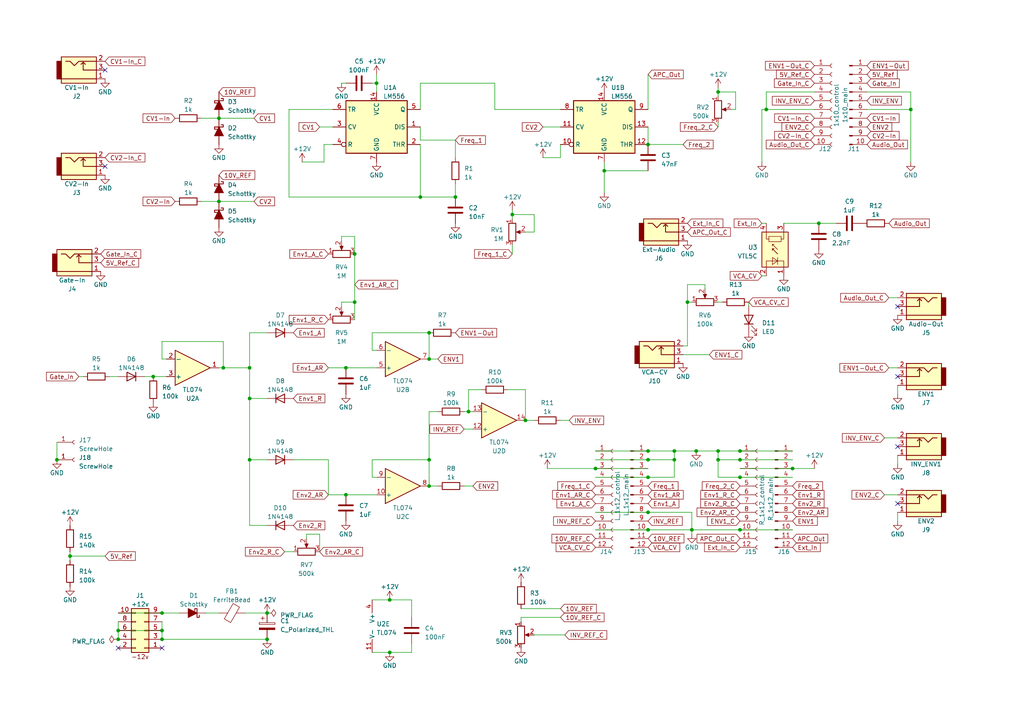
<source format=kicad_sch>
(kicad_sch (version 20230121) (generator eeschema)
  (paper "A4")
  (title_block (title "Punky's New Brew") (date "2023-10-18") (rev "003") (company "Scruffy Cat Studios"))
  (junction (at 208.28 133.35))
  (junction (at 113.03 173.99))
  (junction (at 135.89 119.38))
  (junction (at 34.29 182.88))
  (junction (at 264.16 31.75))
  (junction (at 113.03 189.23))
  (junction (at 187.96 153.67))
  (junction (at 187.96 138.43))
  (junction (at 237.49 64.77))
  (junction (at 16.51 133.35))
  (junction (at 214.63 138.43))
  (junction (at 102.87 73.66))
  (junction (at 46.99 177.8))
  (junction (at 148.59 62.23))
  (junction (at 77.47 185.42))
  (junction (at 195.58 130.81))
  (junction (at 124.46 96.52))
  (junction (at 208.28 26.67))
  (junction (at 72.39 133.35))
  (junction (at 124.46 140.97))
  (junction (at 102.87 87.63))
  (junction (at 77.47 177.8))
  (junction (at 152.4 121.92))
  (junction (at 175.26 49.53))
  (junction (at 229.87 135.89))
  (junction (at 208.28 130.81))
  (junction (at 172.72 135.89))
  (junction (at 222.25 31.75))
  (junction (at 20.32 161.29))
  (junction (at 124.46 133.35))
  (junction (at 63.5 58.42))
  (junction (at 214.63 130.81))
  (junction (at 72.39 106.68))
  (junction (at 100.33 143.51))
  (junction (at 214.63 153.67))
  (junction (at 201.93 130.81))
  (junction (at 121.92 57.15))
  (junction (at 187.96 130.81))
  (junction (at 46.99 185.42))
  (junction (at 63.5 34.29))
  (junction (at 64.77 106.68))
  (junction (at 124.46 104.14))
  (junction (at 44.45 109.22))
  (junction (at 109.22 24.13))
  (junction (at 187.96 41.91))
  (junction (at 214.63 133.35))
  (junction (at 100.33 106.68))
  (junction (at 132.08 57.15))
  (junction (at 195.58 133.35))
  (junction (at 72.39 115.57))
  (junction (at 200.66 153.67))
  (junction (at 187.96 133.35))
  (junction (at 199.39 87.63))
  (junction (at 34.29 185.42))
  (junction (at 187.96 148.59))
  (junction (at 46.99 182.88))
  (no_connect (at 260.35 88.9))
  (no_connect (at 260.35 109.22))
  (no_connect (at 30.48 20.32))
  (no_connect (at 260.35 146.05))
  (no_connect (at 30.48 48.26))
  (no_connect (at 46.99 187.96))
  (no_connect (at 34.29 187.96))
  (no_connect (at 260.35 129.54))
  (wire (pts (xy 162.56 45.72) (xy 157.48 45.72)))
  (wire (pts (xy 143.51 31.75) (xy 162.56 31.75)))
  (wire (pts (xy 187.96 130.81) (xy 195.58 130.81)))
  (wire (pts (xy 64.77 99.06) (xy 46.99 99.06)))
  (wire (pts (xy 107.95 101.6) (xy 107.95 96.52)))
  (wire (pts (xy 220.98 46.99) (xy 220.98 31.75)))
  (wire (pts (xy 46.99 180.34) (xy 46.99 182.88)))
  (wire (pts (xy 132.08 57.15) (xy 132.08 53.34)))
  (wire (pts (xy 199.39 100.33) (xy 199.39 87.63)))
  (wire (pts (xy 256.54 143.51) (xy 260.35 143.51)))
  (wire (pts (xy 121.92 57.15) (xy 132.08 57.15)))
  (wire (pts (xy 172.72 153.67) (xy 187.96 153.67)))
  (wire (pts (xy 260.35 148.59) (xy 260.35 151.13)))
  (wire (pts (xy 222.25 26.67) (xy 236.22 26.67)))
  (wire (pts (xy 99.06 88.9) (xy 99.06 87.63)))
  (wire (pts (xy 64.77 106.68) (xy 64.77 99.06)))
  (wire (pts (xy 208.28 25.4) (xy 208.28 26.67)))
  (wire (pts (xy 113.03 173.99) (xy 119.38 173.99)))
  (wire (pts (xy 135.89 113.03) (xy 135.89 119.38)))
  (wire (pts (xy 83.82 31.75) (xy 83.82 57.15)))
  (wire (pts (xy 87.63 46.99) (xy 93.98 46.99)))
  (wire (pts (xy 198.12 100.33) (xy 199.39 100.33)))
  (wire (pts (xy 257.81 86.36) (xy 260.35 86.36)))
  (wire (pts (xy 162.56 41.91) (xy 162.56 45.72)))
  (wire (pts (xy 157.48 36.83) (xy 162.56 36.83)))
  (wire (pts (xy 30.48 161.29) (xy 20.32 161.29)))
  (wire (pts (xy 257.81 106.68) (xy 260.35 106.68)))
  (wire (pts (xy 214.63 138.43) (xy 208.28 138.43)))
  (wire (pts (xy 148.59 73.66) (xy 148.59 71.12)))
  (wire (pts (xy 46.99 99.06) (xy 46.99 104.14)))
  (wire (pts (xy 119.38 186.69) (xy 119.38 189.23)))
  (wire (pts (xy 88.9 156.21) (xy 88.9 154.94)))
  (wire (pts (xy 20.32 160.02) (xy 20.32 161.29)))
  (wire (pts (xy 209.55 87.63) (xy 208.28 87.63)))
  (wire (pts (xy 200.66 148.59) (xy 200.66 153.67)))
  (wire (pts (xy 172.72 138.43) (xy 187.96 138.43)))
  (wire (pts (xy 251.46 31.75) (xy 264.16 31.75)))
  (wire (pts (xy 208.28 130.81) (xy 208.28 133.35)))
  (wire (pts (xy 187.96 21.59) (xy 187.96 31.75)))
  (wire (pts (xy 148.59 60.96) (xy 148.59 62.23)))
  (wire (pts (xy 107.95 133.35) (xy 124.46 133.35)))
  (wire (pts (xy 31.75 109.22) (xy 34.29 109.22)))
  (wire (pts (xy 109.22 101.6) (xy 107.95 101.6)))
  (wire (pts (xy 217.17 88.9) (xy 217.17 87.63)))
  (wire (pts (xy 127 119.38) (xy 124.46 119.38)))
  (wire (pts (xy 63.5 34.29) (xy 73.66 34.29)))
  (wire (pts (xy 214.63 153.67) (xy 229.87 153.67)))
  (wire (pts (xy 109.22 21.59) (xy 109.22 24.13)))
  (wire (pts (xy 124.46 104.14) (xy 127 104.14)))
  (wire (pts (xy 95.25 106.68) (xy 100.33 106.68)))
  (wire (pts (xy 154.94 184.15) (xy 163.83 184.15)))
  (wire (pts (xy 195.58 130.81) (xy 201.93 130.81)))
  (wire (pts (xy 172.72 133.35) (xy 187.96 133.35)))
  (wire (pts (xy 135.89 119.38) (xy 137.16 119.38)))
  (wire (pts (xy 214.63 135.89) (xy 229.87 135.89)))
  (wire (pts (xy 64.77 106.68) (xy 72.39 106.68)))
  (wire (pts (xy 34.29 180.34) (xy 34.29 182.88)))
  (wire (pts (xy 72.39 115.57) (xy 72.39 106.68)))
  (wire (pts (xy 107.95 173.99) (xy 113.03 173.99)))
  (wire (pts (xy 20.32 161.29) (xy 20.32 162.56)))
  (wire (pts (xy 134.62 119.38) (xy 135.89 119.38)))
  (wire (pts (xy 200.66 154.94) (xy 200.66 153.67)))
  (wire (pts (xy 99.06 24.13) (xy 100.33 24.13)))
  (wire (pts (xy 148.59 62.23) (xy 154.94 62.23)))
  (wire (pts (xy 92.71 36.83) (xy 96.52 36.83)))
  (wire (pts (xy 204.47 83.82) (xy 204.47 82.55)))
  (wire (pts (xy 198.12 41.91) (xy 187.96 41.91)))
  (wire (pts (xy 102.87 73.66) (xy 102.87 87.63)))
  (wire (pts (xy 220.98 80.01) (xy 222.25 80.01)))
  (wire (pts (xy 82.55 160.02) (xy 85.09 160.02)))
  (wire (pts (xy 237.49 64.77) (xy 242.57 64.77)))
  (wire (pts (xy 227.33 64.77) (xy 237.49 64.77)))
  (wire (pts (xy 154.94 62.23) (xy 154.94 67.31)))
  (wire (pts (xy 124.46 119.38) (xy 124.46 133.35)))
  (wire (pts (xy 256.54 127) (xy 260.35 127)))
  (wire (pts (xy 208.28 133.35) (xy 208.28 138.43)))
  (wire (pts (xy 119.38 189.23) (xy 113.03 189.23)))
  (wire (pts (xy 95.25 133.35) (xy 95.25 143.51)))
  (wire (pts (xy 99.06 68.58) (xy 102.87 68.58)))
  (wire (pts (xy 172.72 130.81) (xy 187.96 130.81)))
  (wire (pts (xy 113.03 189.23) (xy 107.95 189.23)))
  (wire (pts (xy 208.28 130.81) (xy 214.63 130.81)))
  (wire (pts (xy 208.28 133.35) (xy 214.63 133.35)))
  (wire (pts (xy 151.13 179.07) (xy 162.56 179.07)))
  (wire (pts (xy 46.99 182.88) (xy 46.99 185.42)))
  (wire (pts (xy 58.42 58.42) (xy 63.5 58.42)))
  (wire (pts (xy 187.96 133.35) (xy 195.58 133.35)))
  (wire (pts (xy 187.96 153.67) (xy 200.66 153.67)))
  (wire (pts (xy 63.5 106.68) (xy 64.77 106.68)))
  (wire (pts (xy 100.33 143.51) (xy 109.22 143.51)))
  (wire (pts (xy 187.96 41.91) (xy 187.96 36.83)))
  (wire (pts (xy 46.99 104.14) (xy 48.26 104.14)))
  (wire (pts (xy 162.56 176.53) (xy 151.13 176.53)))
  (wire (pts (xy 200.66 153.67) (xy 214.63 153.67)))
  (wire (pts (xy 229.87 138.43) (xy 214.63 138.43)))
  (wire (pts (xy 205.74 102.87) (xy 198.12 102.87)))
  (wire (pts (xy 264.16 46.99) (xy 264.16 31.75)))
  (wire (pts (xy 187.96 138.43) (xy 195.58 138.43)))
  (wire (pts (xy 85.09 133.35) (xy 95.25 133.35)))
  (wire (pts (xy 212.09 31.75) (xy 213.36 31.75)))
  (wire (pts (xy 77.47 133.35) (xy 72.39 133.35)))
  (wire (pts (xy 93.98 46.99) (xy 93.98 41.91)))
  (wire (pts (xy 260.35 132.08) (xy 260.35 134.62)))
  (wire (pts (xy 41.91 109.22) (xy 44.45 109.22)))
  (wire (pts (xy 44.45 109.22) (xy 48.26 109.22)))
  (wire (pts (xy 264.16 31.75) (xy 264.16 26.67)))
  (wire (pts (xy 34.29 182.88) (xy 34.29 185.42)))
  (wire (pts (xy 46.99 177.8) (xy 52.07 177.8)))
  (wire (pts (xy 71.12 177.8) (xy 77.47 177.8)))
  (wire (pts (xy 154.94 67.31) (xy 152.4 67.31)))
  (wire (pts (xy 72.39 96.52) (xy 72.39 106.68)))
  (wire (pts (xy 124.46 96.52) (xy 124.46 104.14)))
  (wire (pts (xy 72.39 152.4) (xy 77.47 152.4)))
  (wire (pts (xy 121.92 24.13) (xy 143.51 24.13)))
  (wire (pts (xy 22.86 109.22) (xy 24.13 109.22)))
  (wire (pts (xy 264.16 26.67) (xy 251.46 26.67)))
  (wire (pts (xy 175.26 49.53) (xy 187.96 49.53)))
  (wire (pts (xy 162.56 121.92) (xy 165.1 121.92)))
  (wire (pts (xy 214.63 130.81) (xy 229.87 130.81)))
  (wire (pts (xy 34.29 177.8) (xy 46.99 177.8)))
  (wire (pts (xy 201.93 130.81) (xy 208.28 130.81)))
  (wire (pts (xy 143.51 24.13) (xy 143.51 31.75)))
  (wire (pts (xy 34.29 182.88) (xy 46.99 182.88)))
  (wire (pts (xy 121.92 40.64) (xy 121.92 36.83)))
  (wire (pts (xy 109.22 138.43) (xy 107.95 138.43)))
  (wire (pts (xy 16.51 128.27) (xy 16.51 133.35)))
  (wire (pts (xy 208.28 36.83) (xy 208.28 35.56)))
  (wire (pts (xy 72.39 115.57) (xy 72.39 133.35)))
  (wire (pts (xy 119.38 173.99) (xy 119.38 179.07)))
  (wire (pts (xy 77.47 96.52) (xy 72.39 96.52)))
  (wire (pts (xy 102.87 68.58) (xy 102.87 73.66)))
  (wire (pts (xy 46.99 185.42) (xy 77.47 185.42)))
  (wire (pts (xy 172.72 135.89) (xy 187.96 135.89)))
  (wire (pts (xy 58.42 34.29) (xy 63.5 34.29)))
  (wire (pts (xy 152.4 113.03) (xy 147.32 113.03)))
  (wire (pts (xy 195.58 138.43) (xy 195.58 133.35)))
  (wire (pts (xy 107.95 24.13) (xy 109.22 24.13)))
  (wire (pts (xy 187.96 148.59) (xy 200.66 148.59)))
  (wire (pts (xy 151.13 179.07) (xy 151.13 180.34)))
  (wire (pts (xy 99.06 69.85) (xy 99.06 68.58)))
  (wire (pts (xy 175.26 55.88) (xy 175.26 49.53)))
  (wire (pts (xy 208.28 26.67) (xy 208.28 27.94)))
  (wire (pts (xy 102.87 87.63) (xy 102.87 92.71)))
  (wire (pts (xy 208.28 26.67) (xy 213.36 26.67)))
  (wire (pts (xy 172.72 148.59) (xy 187.96 148.59)))
  (wire (pts (xy 134.62 124.46) (xy 137.16 124.46)))
  (wire (pts (xy 229.87 135.89) (xy 236.22 135.89)))
  (wire (pts (xy 95.25 143.51) (xy 100.33 143.51)))
  (wire (pts (xy 83.82 57.15) (xy 121.92 57.15)))
  (wire (pts (xy 222.25 31.75) (xy 236.22 31.75)))
  (wire (pts (xy 72.39 115.57) (xy 77.47 115.57)))
  (wire (pts (xy 214.63 133.35) (xy 229.87 133.35)))
  (wire (pts (xy 213.36 31.75) (xy 213.36 26.67)))
  (wire (pts (xy 124.46 140.97) (xy 127 140.97)))
  (wire (pts (xy 199.39 82.55) (xy 199.39 87.63)))
  (wire (pts (xy 152.4 121.92) (xy 152.4 113.03)))
  (wire (pts (xy 220.98 31.75) (xy 222.25 31.75)))
  (wire (pts (xy 158.75 135.89) (xy 172.72 135.89)))
  (wire (pts (xy 152.4 121.92) (xy 154.94 121.92)))
  (wire (pts (xy 175.26 49.53) (xy 175.26 46.99)))
  (wire (pts (xy 59.69 177.8) (xy 63.5 177.8)))
  (wire (pts (xy 100.33 106.68) (xy 109.22 106.68)))
  (wire (pts (xy 92.71 154.94) (xy 92.71 160.02)))
  (wire (pts (xy 148.59 63.5) (xy 148.59 62.23)))
  (wire (pts (xy 204.47 82.55) (xy 199.39 82.55)))
  (wire (pts (xy 107.95 138.43) (xy 107.95 133.35)))
  (wire (pts (xy 107.95 96.52) (xy 124.46 96.52)))
  (wire (pts (xy 88.9 154.94) (xy 92.71 154.94)))
  (wire (pts (xy 195.58 133.35) (xy 195.58 130.81)))
  (wire (pts (xy 139.7 113.03) (xy 135.89 113.03)))
  (wire (pts (xy 124.46 133.35) (xy 124.46 140.97)))
  (wire (pts (xy 99.06 87.63) (xy 102.87 87.63)))
  (wire (pts (xy 93.98 41.91) (xy 96.52 41.91)))
  (wire (pts (xy 134.62 140.97) (xy 137.16 140.97)))
  (wire (pts (xy 260.35 111.76) (xy 260.35 114.3)))
  (wire (pts (xy 63.5 58.42) (xy 73.66 58.42)))
  (wire (pts (xy 199.39 87.63) (xy 200.66 87.63)))
  (wire (pts (xy 220.98 64.77) (xy 222.25 64.77)))
  (wire (pts (xy 121.92 31.75) (xy 121.92 24.13)))
  (wire (pts (xy 132.08 45.72) (xy 132.08 40.64)))
  (wire (pts (xy 96.52 31.75) (xy 83.82 31.75)))
  (wire (pts (xy 222.25 31.75) (xy 222.25 26.67)))
  (wire (pts (xy 109.22 24.13) (xy 109.22 26.67)))
  (wire (pts (xy 72.39 133.35) (xy 72.39 152.4)))
  (wire (pts (xy 121.92 41.91) (xy 121.92 57.15)))
  (wire (pts (xy 121.92 40.64) (xy 132.08 40.64)))
  (global_label "10V_REF" (shape input) (at 63.5 26.67 0) (property "Intersheetrefs" "${INTERSHEET_REFS}" (effects hide)))
  (global_label "INV_ENV_C" (shape input) (at 236.22 29.21 180) (property "Intersheetrefs" "${INTERSHEET_REFS}" (effects hide)))
  (global_label "Env2_AR" (shape input) (at 95.25 143.51 180) (property "Intersheetrefs" "${INTERSHEET_REFS}" (effects hide)))
  (global_label "Env1_R_C" (shape input) (at 95.25 92.71 180) (property "Intersheetrefs" "${INTERSHEET_REFS}" (effects hide)))
  (global_label "10V_REF_C" (shape input) (at 162.56 179.07 0) (property "Intersheetrefs" "${INTERSHEET_REFS}" (effects hide)))
  (global_label "Env1_R" (shape input) (at 229.87 143.51 0) (property "Intersheetrefs" "${INTERSHEET_REFS}" (effects hide)))
  (global_label "ENV1-Out" (shape input) (at 132.08 96.52 0) (property "Intersheetrefs" "${INTERSHEET_REFS}" (effects hide)))
  (global_label "CV2-In_C" (shape input) (at 30.48 45.72 0) (property "Intersheetrefs" "${INTERSHEET_REFS}" (effects hide)))
  (global_label "Freq_2" (shape input) (at 229.87 140.97 0) (property "Intersheetrefs" "${INTERSHEET_REFS}" (effects hide)))
  (global_label "Ext_In_C" (shape input) (at 214.63 158.75 180) (property "Intersheetrefs" "${INTERSHEET_REFS}" (effects hide)))
  (global_label "5V_Ref" (shape input) (at 30.48 161.29 0) (property "Intersheetrefs" "${INTERSHEET_REFS}" (effects hide)))
  (global_label "Env1_A" (shape input) (at 85.09 96.52 0) (property "Intersheetrefs" "${INTERSHEET_REFS}" (effects hide)))
  (global_label "ENV1_C" (shape input) (at 205.74 102.87 0) (property "Intersheetrefs" "${INTERSHEET_REFS}" (effects hide)))
  (global_label "10V_REF" (shape input) (at 187.96 156.21 0) (property "Intersheetrefs" "${INTERSHEET_REFS}" (effects hide)))
  (global_label "Audio_Out_C" (shape input) (at 236.22 41.91 180) (property "Intersheetrefs" "${INTERSHEET_REFS}" (effects hide)))
  (global_label "INV_ENV_C" (shape input) (at 256.54 127 180) (property "Intersheetrefs" "${INTERSHEET_REFS}" (effects hide)))
  (global_label "ENV2" (shape input) (at 137.16 140.97 0) (property "Intersheetrefs" "${INTERSHEET_REFS}" (effects hide)))
  (global_label "CV2-In_C" (shape input) (at 236.22 39.37 180) (property "Intersheetrefs" "${INTERSHEET_REFS}" (effects hide)))
  (global_label "ENV2_C" (shape input) (at 256.54 143.51 180) (property "Intersheetrefs" "${INTERSHEET_REFS}" (effects hide)))
  (global_label "Freq_1" (shape input) (at 132.08 40.64 0) (property "Intersheetrefs" "${INTERSHEET_REFS}" (effects hide)))
  (global_label "ENV1-Out_C" (shape input) (at 236.22 19.05 180) (property "Intersheetrefs" "${INTERSHEET_REFS}" (effects hide)))
  (global_label "Freq_1_C" (shape input) (at 172.72 140.97 180) (property "Intersheetrefs" "${INTERSHEET_REFS}" (effects hide)))
  (global_label "Env1_R" (shape input) (at 85.09 115.57 0) (property "Intersheetrefs" "${INTERSHEET_REFS}" (effects hide)))
  (global_label "Env1_AR" (shape input) (at 95.25 106.68 180) (property "Intersheetrefs" "${INTERSHEET_REFS}" (effects hide)))
  (global_label "Env1_A" (shape input) (at 187.96 146.05 0) (property "Intersheetrefs" "${INTERSHEET_REFS}" (effects hide)))
  (global_label "Gate_In" (shape input) (at 251.46 24.13 0) (property "Intersheetrefs" "${INTERSHEET_REFS}" (effects hide)))
  (global_label "Env2_AR_C" (shape input) (at 92.71 160.02 0) (property "Intersheetrefs" "${INTERSHEET_REFS}" (effects hide)))
  (global_label "Freq_1_C" (shape input) (at 148.59 73.66 180) (property "Intersheetrefs" "${INTERSHEET_REFS}" (effects hide)))
  (global_label "Ext_In" (shape input) (at 220.98 64.77 180) (property "Intersheetrefs" "${INTERSHEET_REFS}" (effects hide)))
  (global_label "Gate_In_C" (shape input) (at 236.22 24.13 180) (property "Intersheetrefs" "${INTERSHEET_REFS}" (effects hide)))
  (global_label "Env2_R_C" (shape input) (at 82.55 160.02 180) (property "Intersheetrefs" "${INTERSHEET_REFS}" (effects hide)))
  (global_label "5V_Ref_C" (shape input) (at 29.21 76.2 0) (property "Intersheetrefs" "${INTERSHEET_REFS}" (effects hide)))
  (global_label "ENV2" (shape input) (at 251.46 36.83 0) (property "Intersheetrefs" "${INTERSHEET_REFS}" (effects hide)))
  (global_label "VCA_CV" (shape input) (at 220.98 80.01 180) (property "Intersheetrefs" "${INTERSHEET_REFS}" (effects hide)))
  (global_label "5V_Ref_C" (shape input) (at 236.22 21.59 180) (property "Intersheetrefs" "${INTERSHEET_REFS}" (effects hide)))
  (global_label "ENV1" (shape input) (at 229.87 151.13 0) (property "Intersheetrefs" "${INTERSHEET_REFS}" (effects hide)))
  (global_label "Env2_R_C" (shape input) (at 214.63 146.05 180) (property "Intersheetrefs" "${INTERSHEET_REFS}" (effects hide)))
  (global_label "Gate_In" (shape input) (at 22.86 109.22 180) (property "Intersheetrefs" "${INTERSHEET_REFS}" (effects hide)))
  (global_label "Env1_A_C" (shape input) (at 172.72 146.05 180) (property "Intersheetrefs" "${INTERSHEET_REFS}" (effects hide)))
  (global_label "INV_REF_C" (shape input) (at 172.72 151.13 180) (property "Intersheetrefs" "${INTERSHEET_REFS}" (effects hide)))
  (global_label "10V_REF_C" (shape input) (at 172.72 156.21 180) (property "Intersheetrefs" "${INTERSHEET_REFS}" (effects hide)))
  (global_label "INV_REF" (shape input) (at 187.96 151.13 0) (property "Intersheetrefs" "${INTERSHEET_REFS}" (effects hide)))
  (global_label "CV1-In_C" (shape input) (at 236.22 34.29 180) (property "Intersheetrefs" "${INTERSHEET_REFS}" (effects hide)))
  (global_label "CV1-In_C" (shape input) (at 30.48 17.78 0) (property "Intersheetrefs" "${INTERSHEET_REFS}" (effects hide)))
  (global_label "INV_ENV" (shape input) (at 251.46 29.21 0) (property "Intersheetrefs" "${INTERSHEET_REFS}" (effects hide)))
  (global_label "Env2_R" (shape input) (at 229.87 146.05 0) (property "Intersheetrefs" "${INTERSHEET_REFS}" (effects hide)))
  (global_label "Audio_Out" (shape input) (at 257.81 64.77 0) (property "Intersheetrefs" "${INTERSHEET_REFS}" (effects hide)))
  (global_label "Ext_In_C" (shape input) (at 199.39 64.77 0) (property "Intersheetrefs" "${INTERSHEET_REFS}" (effects hide)))
  (global_label "Env1_AR_C" (shape input) (at 172.72 143.51 180) (property "Intersheetrefs" "${INTERSHEET_REFS}" (effects hide)))
  (global_label "CV1-In" (shape input) (at 251.46 34.29 0) (property "Intersheetrefs" "${INTERSHEET_REFS}" (effects hide)))
  (global_label "INV_REF" (shape input) (at 134.62 124.46 180) (property "Intersheetrefs" "${INTERSHEET_REFS}" (effects hide)))
  (global_label "ENV1" (shape input) (at 127 104.14 0) (property "Intersheetrefs" "${INTERSHEET_REFS}" (effects hide)))
  (global_label "ENV2_C" (shape input) (at 236.22 36.83 180) (property "Intersheetrefs" "${INTERSHEET_REFS}" (effects hide)))
  (global_label "Env1_A_C" (shape input) (at 95.25 73.66 180) (property "Intersheetrefs" "${INTERSHEET_REFS}" (effects hide)))
  (global_label "Freq_2" (shape input) (at 198.12 41.91 0) (property "Intersheetrefs" "${INTERSHEET_REFS}" (effects hide)))
  (global_label "INV_ENV" (shape input) (at 165.1 121.92 0) (property "Intersheetrefs" "${INTERSHEET_REFS}" (effects hide)))
  (global_label "ENV1-Out" (shape input) (at 251.46 19.05 0) (property "Intersheetrefs" "${INTERSHEET_REFS}" (effects hide)))
  (global_label "Audio_Out" (shape input) (at 251.46 41.91 0) (property "Intersheetrefs" "${INTERSHEET_REFS}" (effects hide)))
  (global_label "Gate_In_C" (shape input) (at 29.21 73.66 0) (property "Intersheetrefs" "${INTERSHEET_REFS}" (effects hide)))
  (global_label "Env2_AR" (shape input) (at 229.87 148.59 0) (property "Intersheetrefs" "${INTERSHEET_REFS}" (effects hide)))
  (global_label "Audio_Out_C" (shape input) (at 257.81 86.36 180) (property "Intersheetrefs" "${INTERSHEET_REFS}" (effects hide)))
  (global_label "CV1" (shape input) (at 92.71 36.83 180) (property "Intersheetrefs" "${INTERSHEET_REFS}" (effects hide)))
  (global_label "Env1_AR" (shape input) (at 187.96 143.51 0) (property "Intersheetrefs" "${INTERSHEET_REFS}" (effects hide)))
  (global_label "CV2-In" (shape input) (at 251.46 39.37 0) (property "Intersheetrefs" "${INTERSHEET_REFS}" (effects hide)))
  (global_label "10V_REF" (shape input) (at 63.5 50.8 0) (property "Intersheetrefs" "${INTERSHEET_REFS}" (effects hide)))
  (global_label "Freq_1" (shape input) (at 187.96 140.97 0) (property "Intersheetrefs" "${INTERSHEET_REFS}" (effects hide)))
  (global_label "Ext_In" (shape input) (at 229.87 158.75 0) (property "Intersheetrefs" "${INTERSHEET_REFS}" (effects hide)))
  (global_label "APC_Out_C" (shape input) (at 214.63 156.21 180) (property "Intersheetrefs" "${INTERSHEET_REFS}" (effects hide)))
  (global_label "10V_REF" (shape input) (at 162.56 176.53 0) (property "Intersheetrefs" "${INTERSHEET_REFS}" (effects hide)))
  (global_label "ENV1-Out_C" (shape input) (at 257.81 106.68 180) (property "Intersheetrefs" "${INTERSHEET_REFS}" (effects hide)))
  (global_label "Env2_AR_C" (shape input) (at 214.63 148.59 180) (property "Intersheetrefs" "${INTERSHEET_REFS}" (effects hide)))
  (global_label "APC_Out" (shape input) (at 187.96 21.59 0) (property "Intersheetrefs" "${INTERSHEET_REFS}" (effects hide)))
  (global_label "VCA_CV_C" (shape input) (at 172.72 158.75 180) (property "Intersheetrefs" "${INTERSHEET_REFS}" (effects hide)))
  (global_label "APC_Out" (shape input) (at 229.87 156.21 0) (property "Intersheetrefs" "${INTERSHEET_REFS}" (effects hide)))
  (global_label "Env1_R_C" (shape input) (at 214.63 143.51 180) (property "Intersheetrefs" "${INTERSHEET_REFS}" (effects hide)))
  (global_label "5V_Ref" (shape input) (at 251.46 21.59 0) (property "Intersheetrefs" "${INTERSHEET_REFS}" (effects hide)))
  (global_label "CV2" (shape input) (at 157.48 36.83 180) (property "Intersheetrefs" "${INTERSHEET_REFS}" (effects hide)))
  (global_label "CV1" (shape input) (at 73.66 34.29 0) (property "Intersheetrefs" "${INTERSHEET_REFS}" (effects hide)))
  (global_label "ENV1_C" (shape input) (at 214.63 151.13 180) (property "Intersheetrefs" "${INTERSHEET_REFS}" (effects hide)))
  (global_label "Freq_2_C" (shape input) (at 214.63 140.97 180) (property "Intersheetrefs" "${INTERSHEET_REFS}" (effects hide)))
  (global_label "CV1-In" (shape input) (at 50.8 34.29 180) (property "Intersheetrefs" "${INTERSHEET_REFS}" (effects hide)))
  (global_label "INV_REF_C" (shape input) (at 163.83 184.15 0) (property "Intersheetrefs" "${INTERSHEET_REFS}" (effects hide)))
  (global_label "APC_Out_C" (shape input) (at 199.39 67.31 0) (property "Intersheetrefs" "${INTERSHEET_REFS}" (effects hide)))
  (global_label "CV2" (shape input) (at 73.66 58.42 0) (property "Intersheetrefs" "${INTERSHEET_REFS}" (effects hide)))
  (global_label "VCA_CV_C" (shape input) (at 217.17 87.63 0) (property "Intersheetrefs" "${INTERSHEET_REFS}" (effects hide)))
  (global_label "CV2-In" (shape input) (at 50.8 58.42 180) (property "Intersheetrefs" "${INTERSHEET_REFS}" (effects hide)))
  (global_label "Freq_2_C" (shape input) (at 208.28 36.83 180) (property "Intersheetrefs" "${INTERSHEET_REFS}" (effects hide)))
  (global_label "Env2_R" (shape input) (at 85.09 152.4 0) (property "Intersheetrefs" "${INTERSHEET_REFS}" (effects hide)))
  (global_label "VCA_CV" (shape input) (at 187.96 158.75 0) (property "Intersheetrefs" "${INTERSHEET_REFS}" (effects hide)))
  (global_label "Env1_AR_C" (shape input) (at 102.87 82.55 0) (property "Intersheetrefs" "${INTERSHEET_REFS}" (effects hide)))
  (symbol (lib_id "*SCS:Audio_Jack_Switch") (at 267.97 109.22 180) (unit 1)
    (property "Reference" "J7" (at 268.605 116.84 0))
    (property "Value" "ENV1" (at 268.605 114.3 0))
    (property "Footprint" "*SCS_ScruffyCat:Jack_3.5mm_QingPu_thonk-PJ398SM_Vertical_CircularHoles" (effects hide))
  )
  (symbol (lib_id "*SCS:FerriteBead_THL") (at 67.31 177.8 90) (unit 1)
    (property "Reference" "FB1" (at 67.2592 171.45 90))
    (property "Value" "FerriteBead" (at 67.2592 173.99 90))
    (property "Footprint" "Resistor_THT:R_Axial_DIN0411_L9.9mm_D3.6mm_P5.08mm_Vertical" (effects hide))
  )
  (symbol (lib_id "Connector:Conn_01x10_Pin") (at 246.38 29.21 0) (unit 1)
    (property "Reference" "J11" (at 247.65 43.18 0))
    (property "Value" "1x10_main" (at 245.11 30.48 90))
    (property "Footprint" "Connector_PinHeader_2.54mm:PinHeader_1x10_P2.54mm_Vertical" (effects hide))
  )
  (symbol (lib_id "Connector:Conn_01x12_Socket") (at 219.71 143.51 0) (unit 1)
    (property "Reference" "J15" (at 215.9 160.02 0) (effects (justify left)))
    (property "Value" "R_1x12_control" (at 220.98 152.4 90) (effects (justify left)))
    (property "Footprint" "Connector_PinSocket_2.54mm:PinSocket_1x12_P2.54mm_Vertical" (effects hide))
  )
  (symbol (lib_id "*SCS:+12V") (at 113.03 173.99 0) (unit 1)
    (property "Reference" "#PWR021" (effects hide))
    (property "Value" "+12V" (at 113.03 170.18 0))
  )
  (symbol (lib_id "*SCS:+12V") (at 175.26 26.67 0) (unit 1)
    (property "Reference" "#PWR04" (effects hide))
    (property "Value" "+12V" (at 175.26 22.86 0))
  )
  (symbol (lib_id "*SCS:GND") (at 151.13 187.96 0) (unit 1)
    (property "Reference" "#PWR015" (effects hide))
    (property "Value" "GND" (at 151.13 191.77 0))
  )
  (symbol (lib_id "*SCS:R-THL") (at 213.36 87.63 90) (unit 1)
    (property "Reference" "R13" (at 213.36 82.55 90))
    (property "Value" "1k" (at 213.36 85.09 90))
    (property "Footprint" "Resistor_THT:R_Axial_DIN0207_L6.3mm_D2.5mm_P2.54mm_Vertical" (effects hide))
  )
  (symbol (lib_id "*SCS:GND") (at 30.48 22.86 0) (unit 1)
    (property "Reference" "#PWR012" (effects hide))
    (property "Value" "GND" (at 30.48 26.67 0))
  )
  (symbol (lib_id "*SCS:R-THL") (at 132.08 49.53 180) (unit 1)
    (property "Reference" "R1" (at 134.62 48.895 0) (effects (justify right)))
    (property "Value" "1k" (at 134.62 51.435 0) (effects (justify right)))
    (property "Footprint" "Resistor_THT:R_Axial_DIN0207_L6.3mm_D2.5mm_P2.54mm_Vertical" (effects hide))
  )
  (symbol (lib_id "*SCS:R-THL") (at 158.75 121.92 270) (unit 1)
    (property "Reference" "R11" (at 158.75 116.84 90))
    (property "Value" "1k" (at 158.75 119.38 90))
    (property "Footprint" "Resistor_THT:R_Axial_DIN0207_L6.3mm_D2.5mm_P2.54mm_Vertical" (effects hide))
  )
  (symbol (lib_id "*SCS:R_Potentiometer-THL") (at 204.47 87.63 90) (unit 1)
    (property "Reference" "RV6" (at 204.47 91.44 90))
    (property "Value" "100k" (at 204.47 93.98 90))
    (property "Footprint" "Potentiometer_THT:Potentiometer_Alpha_RD901F-40-00D_Single_Vertical_CircularHoles" (effects hide))
  )
  (symbol (lib_id "*SCS:GND") (at 260.35 134.62 0) (unit 1)
    (property "Reference" "#PWR030" (effects hide))
    (property "Value" "GND" (at 260.35 138.43 0))
  )
  (symbol (lib_id "Connector:Conn_01x12_Socket") (at 177.8 143.51 0) (unit 1)
    (property "Reference" "J14" (at 173.99 160.02 0) (effects (justify left)))
    (property "Value" "L_1x12_control" (at 179.07 151.13 90) (effects (justify left)))
    (property "Footprint" "Connector_PinSocket_2.54mm:PinSocket_1x12_P2.54mm_Vertical" (effects hide))
  )
  (symbol (lib_id "Device:LED") (at 217.17 92.71 90) (unit 1)
    (property "Reference" "D11" (at 220.98 93.6625 90) (effects (justify right)))
    (property "Value" "LED" (at 220.98 96.2025 90) (effects (justify right)))
    (property "Footprint" "LED_THT:LED_D3.0mm" (effects hide))
  )
  (symbol (lib_id "*SCS:GND") (at 77.47 185.42 0) (unit 1)
    (property "Reference" "#PWR01" (effects hide))
    (property "Value" "GND" (at 77.47 189.23 0))
  )
  (symbol (lib_id "Amplifier_Operational:TL074") (at 144.78 121.92 0) (mirror x) (unit 4)
    (property "Reference" "U2" (at 144.78 130.81 0))
    (property "Value" "TL074" (at 144.78 128.27 0))
    (property "Footprint" "Package_DIP:DIP-14_W7.62mm_Socket" (effects hide))
    (property "Datasheet" "http://www.ti.com/lit/ds/symlink/tl071.pdf" (effects hide))
  )
  (symbol (lib_id "*SCS:C-THL") (at 246.38 64.77 90) (unit 1)
    (property "Reference" "C9" (at 246.38 58.42 90))
    (property "Value" "1uF" (at 246.38 60.96 90))
    (property "Footprint" "Capacitor_THT:C_Disc_D4.3mm_W1.9mm_P5.00mm" (effects hide))
  )
  (symbol (lib_id "*SCS:GND") (at 260.35 151.13 0) (unit 1)
    (property "Reference" "#PWR031" (effects hide))
    (property "Value" "GND" (at 260.35 154.94 0))
  )
  (symbol (lib_id "*SCS:GND") (at 227.33 80.01 0) (unit 1)
    (property "Reference" "#PWR035" (effects hide))
    (property "Value" "GND" (at 227.33 83.82 0))
  )
  (symbol (lib_id "*SCS:+12V") (at 77.47 177.8 0) (unit 1)
    (property "Reference" "#PWR02" (effects hide))
    (property "Value" "+12V" (at 77.47 173.99 0))
  )
  (symbol (lib_id "*SCS:GND") (at 198.12 105.41 0) (unit 1)
    (property "Reference" "#PWR032" (effects hide))
    (property "Value" "GND" (at 198.12 109.22 0))
  )
  (symbol (lib_id "*SCS:R-THL") (at 20.32 166.37 180) (unit 1)
    (property "Reference" "R14" (at 22.86 165.735 0) (effects (justify right)))
    (property "Value" "100k" (at 22.86 168.275 0) (effects (justify right)))
    (property "Footprint" "Resistor_THT:R_Axial_DIN0207_L6.3mm_D2.5mm_P2.54mm_Vertical" (effects hide))
  )
  (symbol (lib_id "*SCS:C_Polarized_THL") (at 77.47 181.61 0) (unit 1)
    (property "Reference" "C1" (at 81.28 180.086 0) (effects (justify left)))
    (property "Value" "C_Polarized_THL" (at 81.28 182.626 0) (effects (justify left)))
    (property "Footprint" "Capacitor_THT:CP_Radial_D5.0mm_P2.50mm" (effects hide))
  )
  (symbol (lib_id "*SCS:R-THL") (at 130.81 119.38 270) (unit 1)
    (property "Reference" "R9" (at 130.81 114.3 90))
    (property "Value" "100k" (at 130.81 116.84 90))
    (property "Footprint" "Resistor_THT:R_Axial_DIN0207_L6.3mm_D2.5mm_P2.54mm_Vertical" (effects hide))
  )
  (symbol (lib_id "*SCS:D_Schottky-THL") (at 63.5 54.61 270) (unit 1)
    (property "Reference" "D4" (at 66.04 53.6575 90) (effects (justify left)))
    (property "Value" "Schottky" (at 66.04 56.1975 90) (effects (justify left)))
    (property "Footprint" "*SCS_ScruffyCat:D_DO-35_SOD27_P2.54mm_Vertical_KathodeUp" (effects hide))
  )
  (symbol (lib_id "*SCS:+12V") (at 109.22 21.59 0) (unit 1)
    (property "Reference" "#PWR03" (effects hide))
    (property "Value" "+12V" (at 109.22 17.78 0))
  )
  (symbol (lib_id "*SCS:+12V") (at 158.75 135.89 0) (unit 1)
    (property "Reference" "#PWR040" (effects hide))
    (property "Value" "+12V" (at 158.75 132.08 0))
  )
  (symbol (lib_id "*SCS:GND") (at 237.49 72.39 0) (unit 1)
    (property "Reference" "#PWR025" (effects hide))
    (property "Value" "GND" (at 237.49 76.2 0))
  )
  (symbol (lib_id "*SCS:+12V") (at 236.22 135.89 0) (unit 1)
    (property "Reference" "#PWR041" (effects hide))
    (property "Value" "+12V" (at 236.22 132.08 0))
  )
  (symbol (lib_id "*SCS:GND") (at 100.33 151.13 0) (unit 1)
    (property "Reference" "#PWR024" (effects hide))
    (property "Value" "GND" (at 100.33 154.94 0))
  )
  (symbol (lib_id "*SCS:GND") (at 100.33 114.3 0) (unit 1)
    (property "Reference" "#PWR023" (effects hide))
    (property "Value" "GND" (at 100.33 118.11 0))
  )
  (symbol (lib_id "*SCS:D_Schottky-THL") (at 55.88 177.8 180) (unit 1)
    (property "Reference" "D1" (at 56.1975 172.72 0))
    (property "Value" "Schottky" (at 56.1975 175.26 0))
    (property "Footprint" "*SCS_ScruffyCat:D_DO-35_SOD27_P2.54mm_Vertical_KathodeUp" (effects hide))
  )
  (symbol (lib_id "*SCS:C-THL") (at 119.38 182.88 0) (unit 1)
    (property "Reference" "C4" (at 123.19 182.245 0) (effects (justify left)))
    (property "Value" "100nF" (at 123.19 184.785 0) (effects (justify left)))
    (property "Footprint" "Capacitor_THT:C_Disc_D4.3mm_W1.9mm_P5.00mm" (effects hide))
  )
  (symbol (lib_id "PCM_4ms_Power-symbol:PWR_FLAG") (at 34.29 185.42 90) (unit 1)
    (property "Reference" "#FLG02" (effects hide))
    (property "Value" "PWR_FLAG" (at 30.48 186.055 90) (effects (justify left)))
  )
  (symbol (lib_id "*SCS:+12V") (at 157.48 45.72 0) (unit 1)
    (property "Reference" "#PWR011" (effects hide))
    (property "Value" "+12V" (at 157.48 41.91 0))
  )
  (symbol (lib_id "*SCS:D_Schottky-THL") (at 63.5 30.48 270) (unit 1)
    (property "Reference" "D3" (at 66.04 29.5275 90) (effects (justify left)))
    (property "Value" "Schottky" (at 66.04 32.0675 90) (effects (justify left)))
    (property "Footprint" "*SCS_ScruffyCat:D_DO-35_SOD27_P2.54mm_Vertical_KathodeUp" (effects hide))
  )
  (symbol (lib_id "*SCS:Erurorack_Power") (at 40.64 182.88 0) (unit 1)
    (property "Reference" "J1" (at 40.64 172.72 0))
    (property "Value" "+12v" (at 40.64 175.26 0))
    (property "Footprint" "*SCS_ScruffyCat:IDC-Header_2x05_P2.54mm_Vertical" (effects hide))
  )
  (symbol (lib_id "Connector:Conn_01x12_Pin") (at 224.79 143.51 0) (unit 1)
    (property "Reference" "J16" (at 227.33 160.02 0))
    (property "Value" "R_1x12_main" (at 223.52 144.78 90))
    (property "Footprint" "Connector_PinHeader_2.54mm:PinHeader_1x12_P2.54mm_Vertical" (effects hide))
  )
  (symbol (lib_id "*SCS:Audio_Jack_Switch") (at 267.97 129.54 180) (unit 1)
    (property "Reference" "J8" (at 268.605 137.16 0))
    (property "Value" "INV_ENV1" (at 268.605 134.62 0))
    (property "Footprint" "*SCS_ScruffyCat:Jack_3.5mm_QingPu_thonk-PJ398SM_Vertical_CircularHoles" (effects hide))
  )
  (symbol (lib_id "*SCS:GND") (at 20.32 170.18 0) (unit 1)
    (property "Reference" "#PWR034" (effects hide))
    (property "Value" "GND" (at 20.32 173.99 0))
  )
  (symbol (lib_id "*SCS:GND") (at 217.17 96.52 0) (unit 1)
    (property "Reference" "#PWR027" (effects hide))
    (property "Value" "GND" (at 217.17 100.33 0))
  )
  (symbol (lib_id "*SCS:GND") (at 44.45 116.84 0) (unit 1)
    (property "Reference" "#PWR019" (effects hide))
    (property "Value" "GND" (at 44.45 120.65 0))
  )
  (symbol (lib_id "Connector:Conn_01x10_Socket") (at 241.3 29.21 0) (unit 1)
    (property "Reference" "J12" (at 237.49 43.18 0) (effects (justify left)))
    (property "Value" "1x10_control" (at 242.57 36.83 90) (effects (justify left)))
    (property "Footprint" "Connector_PinSocket_2.54mm:PinSocket_1x10_P2.54mm_Vertical" (effects hide))
  )
  (symbol (lib_id "Isolator:VTL5C") (at 224.79 72.39 270) (mirror x) (unit 1)
    (property "Reference" "U3" (at 219.71 71.755 90) (effects (justify right)))
    (property "Value" "VTL5C" (at 219.71 74.295 90) (effects (justify right)))
    (property "Footprint" "*SCS_ScruffyCat:Vactrol_DIY" (effects hide))
    (property "Datasheet" "http://www.qsl.net/wa1ion/vactrol/vactrol.pdf" (effects hide))
  )
  (symbol (lib_id "Diode:1N4148") (at 81.28 152.4 0) (unit 1)
    (property "Reference" "D10" (at 81.28 147.32 0))
    (property "Value" "1N4148" (at 81.28 149.86 0))
    (property "Footprint" "*SCS_ScruffyCat:D_DO-35_SOD27_P2.54mm_Vertical_KathodeUp" (effects hide))
    (property "Datasheet" "https://assets.nexperia.com/documents/data-sheet/1N4148_1N4448.pdf" (effects hide))
    (property "Sim.Device" "D" (effects hide))
    (property "Sim.Pins" "1=K 2=A" (effects hide))
  )
  (symbol (lib_id "*SCS:R-THL") (at 151.13 172.72 180) (unit 1)
    (property "Reference" "R3" (at 153.67 172.085 0) (effects (justify right)))
    (property "Value" "100k" (at 153.67 174.625 0) (effects (justify right)))
    (property "Footprint" "Resistor_THT:R_Axial_DIN0207_L6.3mm_D2.5mm_P2.54mm_Vertical" (effects hide))
  )
  (symbol (lib_id "*SCS:Audio_Jack_Switch") (at 267.97 88.9 180) (unit 1)
    (property "Reference" "J5" (at 268.605 96.52 0))
    (property "Value" "Audio-Out" (at 268.605 93.98 0))
    (property "Footprint" "*SCS_ScruffyCat:Jack_3.5mm_QingPu_thonk-PJ398SM_Vertical_CircularHoles" (effects hide))
  )
  (symbol (lib_id "*SCS:+12V") (at 148.59 60.96 0) (unit 1)
    (property "Reference" "#PWR09" (effects hide))
    (property "Value" "+12V" (at 148.59 57.15 0))
  )
  (symbol (lib_id "*SCS:R_Potentiometer-THL") (at 148.59 67.31 0) (unit 1)
    (property "Reference" "RV1" (at 146.05 66.675 0) (effects (justify right)))
    (property "Value" "1M" (at 146.05 69.215 0) (effects (justify right)))
    (property "Footprint" "Potentiometer_THT:Potentiometer_Alpha_RD901F-40-00D_Single_Vertical_CircularHoles" (effects hide))
  )
  (symbol (lib_id "*SCS:R-THL") (at 54.61 34.29 90) (unit 1)
    (property "Reference" "R2" (at 54.61 29.21 90))
    (property "Value" "1k" (at 54.61 31.75 90))
    (property "Footprint" "Resistor_THT:R_Axial_DIN0207_L6.3mm_D2.5mm_P2.54mm_Vertical" (effects hide))
  )
  (symbol (lib_id "*SCS:C-THL") (at 132.08 60.96 0) (unit 1)
    (property "Reference" "C2" (at 135.89 60.325 0) (effects (justify left)))
    (property "Value" "10nF" (at 135.89 62.865 0) (effects (justify left)))
    (property "Footprint" "Capacitor_THT:C_Disc_D4.3mm_W1.9mm_P5.00mm" (effects hide))
  )
  (symbol (lib_id "*SCS:R-THL") (at 254 64.77 90) (unit 1)
    (property "Reference" "R12" (at 254 59.69 90))
    (property "Value" "1k" (at 254 62.23 90))
    (property "Footprint" "Resistor_THT:R_Axial_DIN0207_L6.3mm_D2.5mm_P2.54mm_Vertical" (effects hide))
  )
  (symbol (lib_id "*SCS:GND") (at 132.08 64.77 0) (unit 1)
    (property "Reference" "#PWR08" (effects hide))
    (property "Value" "GND" (at 132.08 68.58 0))
  )
  (symbol (lib_id "*SCS:Audio_Jack_Switch") (at 267.97 146.05 180) (unit 1)
    (property "Reference" "J9" (at 268.605 153.67 0))
    (property "Value" "ENV2" (at 268.605 151.13 0))
    (property "Footprint" "*SCS_ScruffyCat:Jack_3.5mm_QingPu_thonk-PJ398SM_Vertical_CircularHoles" (effects hide))
  )
  (symbol (lib_id "*SCS:GND") (at 260.35 91.44 0) (unit 1)
    (property "Reference" "#PWR026" (effects hide))
    (property "Value" "GND" (at 260.35 95.25 0))
  )
  (symbol (lib_id "PCM_4ms_Power-symbol:PWR_FLAG") (at 77.47 177.8 270) (unit 1)
    (property "Reference" "#FLG01" (effects hide))
    (property "Value" "PWR_FLAG" (at 81.28 178.435 90) (effects (justify left)))
  )
  (symbol (lib_id "*SCS:GND") (at 220.98 46.99 0) (unit 1)
    (property "Reference" "#PWR037" (effects hide))
    (property "Value" "GND" (at 220.98 50.8 0))
  )
  (symbol (lib_id "*SCS:+12V") (at 87.63 46.99 0) (unit 1)
    (property "Reference" "#PWR07" (effects hide))
    (property "Value" "+12V" (at 87.63 43.18 0))
  )
  (symbol (lib_id "*SCS:Eurorack_Screw_Hole_Oval") (at 21.59 133.35 0) (unit 1)
    (property "Reference" "J18" (at 22.86 132.715 0) (effects (justify left)))
    (property "Value" "ScrewHole" (at 22.86 135.255 0) (effects (justify left)))
    (property "Footprint" "*SCS_ScruffyCat:ScrewHole_Oval" (effects hide))
  )
  (symbol (lib_id "*SCS:GND") (at 63.5 66.04 0) (unit 1)
    (property "Reference" "#PWR017" (effects hide))
    (property "Value" "GND" (at 63.5 69.85 0))
  )
  (symbol (lib_id "*SCS:+12V") (at 151.13 168.91 0) (unit 1)
    (property "Reference" "#PWR014" (effects hide))
    (property "Value" "+12V" (at 151.13 165.1 0))
  )
  (symbol (lib_id "*SCS:+12V") (at 208.28 25.4 0) (unit 1)
    (property "Reference" "#PWR010" (effects hide))
    (property "Value" "+12V" (at 208.28 21.59 0))
  )
  (symbol (lib_id "Amplifier_Operational:TL074") (at 55.88 106.68 0) (mirror x) (unit 1)
    (property "Reference" "U2" (at 55.88 115.57 0))
    (property "Value" "TL074" (at 55.88 113.03 0))
    (property "Footprint" "Package_DIP:DIP-14_W7.62mm_Socket" (effects hide))
    (property "Datasheet" "http://www.ti.com/lit/ds/symlink/tl071.pdf" (effects hide))
  )
  (symbol (lib_id "*SCS:C-THL") (at 104.14 24.13 90) (unit 1)
    (property "Reference" "C5" (at 104.14 17.78 90))
    (property "Value" "100nF" (at 104.14 20.32 90))
    (property "Footprint" "Capacitor_THT:C_Disc_D4.3mm_W1.9mm_P5.00mm" (effects hide))
  )
  (symbol (lib_id "*SCS:C-THL") (at 237.49 68.58 0) (unit 1)
    (property "Reference" "C8" (at 241.3 67.945 0) (effects (justify left)))
    (property "Value" "2.2nF" (at 241.3 70.485 0) (effects (justify left)))
    (property "Footprint" "Capacitor_THT:C_Disc_D4.3mm_W1.9mm_P5.00mm" (effects hide))
  )
  (symbol (lib_id "Timer:LM556") (at 175.26 36.83 0) (unit 2)
    (property "Reference" "U1" (at 177.2159 25.4 0) (effects (justify left)))
    (property "Value" "LM556" (at 177.2159 27.94 0) (effects (justify left)))
    (property "Footprint" "Package_DIP:DIP-14_W7.62mm_Socket" (effects hide))
    (property "Datasheet" "http://www.ti.com/lit/ds/symlink/lm556.pdf" (effects hide))
  )
  (symbol (lib_id "*SCS:GND") (at 113.03 189.23 0) (unit 1)
    (property "Reference" "#PWR020" (effects hide))
    (property "Value" "GND" (at 113.03 193.04 0))
  )
  (symbol (lib_id "Amplifier_Operational:TL074") (at 116.84 104.14 0) (mirror x) (unit 2)
    (property "Reference" "U2" (at 116.84 113.03 0))
    (property "Value" "TL074" (at 116.84 110.49 0))
    (property "Footprint" "Package_DIP:DIP-14_W7.62mm_Socket" (effects hide))
    (property "Datasheet" "http://www.ti.com/lit/ds/symlink/tl071.pdf" (effects hide))
  )
  (symbol (lib_id "*SCS:GND") (at 199.39 69.85 0) (unit 1)
    (property "Reference" "#PWR028" (effects hide))
    (property "Value" "GND" (at 199.39 73.66 0))
  )
  (symbol (lib_id "*SCS:R-THL") (at 128.27 96.52 270) (unit 1)
    (property "Reference" "R7" (at 128.27 91.44 90))
    (property "Value" "1k" (at 128.27 93.98 90))
    (property "Footprint" "Resistor_THT:R_Axial_DIN0207_L6.3mm_D2.5mm_P2.54mm_Vertical" (effects hide))
  )
  (symbol (lib_id "*SCS:C-THL") (at 100.33 147.32 0) (unit 1)
    (property "Reference" "C7" (at 104.14 146.685 0) (effects (justify left)))
    (property "Value" "1uF" (at 104.14 149.225 0) (effects (justify left)))
    (property "Footprint" "Capacitor_THT:C_Disc_D4.3mm_W1.9mm_P5.00mm" (effects hide))
  )
  (symbol (lib_id "*SCS:GND") (at 200.66 154.94 0) (unit 1)
    (property "Reference" "#PWR039" (effects hide))
    (property "Value" "GND" (at 200.66 158.75 0))
  )
  (symbol (lib_id "*SCS:R-THL") (at 44.45 113.03 180) (unit 1)
    (property "Reference" "R6" (at 46.99 112.395 0) (effects (justify right)))
    (property "Value" "100k" (at 46.99 114.935 0) (effects (justify right)))
    (property "Footprint" "Resistor_THT:R_Axial_DIN0207_L6.3mm_D2.5mm_P2.54mm_Vertical" (effects hide))
  )
  (symbol (lib_id "Diode:1N4148") (at 81.28 96.52 180) (unit 1)
    (property "Reference" "D7" (at 81.28 91.44 0))
    (property "Value" "1N4148" (at 81.28 93.98 0))
    (property "Footprint" "*SCS_ScruffyCat:D_DO-35_SOD27_P2.54mm_Vertical_KathodeUp" (effects hide))
    (property "Datasheet" "https://assets.nexperia.com/documents/data-sheet/1N4148_1N4448.pdf" (effects hide))
    (property "Sim.Device" "D" (effects hide))
    (property "Sim.Pins" "1=K 2=A" (effects hide))
  )
  (symbol (lib_id "Amplifier_Operational:TL074") (at 116.84 140.97 0) (mirror x) (unit 3)
    (property "Reference" "U2" (at 116.84 149.86 0))
    (property "Value" "TL074" (at 116.84 147.32 0))
    (property "Footprint" "Package_DIP:DIP-14_W7.62mm_Socket" (effects hide))
    (property "Datasheet" "http://www.ti.com/lit/ds/symlink/tl071.pdf" (effects hide))
  )
  (symbol (lib_id "*SCS:Audio_Jack_Switch") (at 190.5 102.87 0) (mirror x) (unit 1)
    (property "Reference" "J10" (at 189.865 110.49 0))
    (property "Value" "VCA-CV" (at 189.865 107.95 0))
    (property "Footprint" "*SCS_ScruffyCat:Jack_3.5mm_QingPu_thonk-PJ398SM_Vertical_CircularHoles" (effects hide))
  )
  (symbol (lib_id "*SCS:D_Schottky-THL") (at 63.5 38.1 270) (unit 1)
    (property "Reference" "D2" (at 66.04 37.1475 90) (effects (justify left)))
    (property "Value" "Schottky" (at 66.04 39.6875 90) (effects (justify left)))
    (property "Footprint" "*SCS_ScruffyCat:D_DO-35_SOD27_P2.54mm_Vertical_KathodeUp" (effects hide))
  )
  (symbol (lib_id "*SCS:R_Potentiometer-THL") (at 99.06 92.71 90) (unit 1)
    (property "Reference" "RV5" (at 99.06 96.52 90))
    (property "Value" "1M" (at 99.06 99.06 90))
    (property "Footprint" "Potentiometer_THT:Potentiometer_Alpha_RD901F-40-00D_Single_Vertical_CircularHoles" (effects hide))
  )
  (symbol (lib_id "*SCS:R_Potentiometer-THL") (at 208.28 31.75 0) (unit 1)
    (property "Reference" "RV2" (at 205.74 31.115 0) (effects (justify right)))
    (property "Value" "500k" (at 205.74 33.655 0) (effects (justify right)))
    (property "Footprint" "Potentiometer_THT:Potentiometer_Alpha_RD901F-40-00D_Single_Vertical_CircularHoles" (effects hide))
  )
  (symbol (lib_id "*SCS:C-THL") (at 187.96 45.72 0) (unit 1)
    (property "Reference" "C3" (at 191.77 45.085 0) (effects (justify left)))
    (property "Value" "47nF" (at 191.77 47.625 0) (effects (justify left)))
    (property "Footprint" "Capacitor_THT:C_Disc_D4.3mm_W1.9mm_P5.00mm" (effects hide))
  )
  (symbol (lib_id "*SCS:GND") (at 109.22 46.99 0) (unit 1)
    (property "Reference" "#PWR05" (effects hide))
    (property "Value" "GND" (at 109.22 50.8 0))
  )
  (symbol (lib_id "*SCS:GND") (at 201.93 130.81 0) (unit 1)
    (property "Reference" "#PWR043" (effects hide))
    (property "Value" "GND" (at 201.93 134.62 0))
  )
  (symbol (lib_id "*SCS:R-THL") (at 54.61 58.42 90) (unit 1)
    (property "Reference" "R4" (at 54.61 53.34 90))
    (property "Value" "1k" (at 54.61 55.88 90))
    (property "Footprint" "Resistor_THT:R_Axial_DIN0207_L6.3mm_D2.5mm_P2.54mm_Vertical" (effects hide))
  )
  (symbol (lib_id "*SCS:GND") (at 16.51 133.35 0) (unit 1)
    (property "Reference" "#PWR036" (effects hide))
    (property "Value" "GND" (at 16.51 137.16 0))
  )
  (symbol (lib_id "Amplifier_Operational:TL074") (at 110.49 181.61 0) (unit 5)
    (property "Reference" "U2" (at 109.22 180.975 0) (effects (justify left)))
    (property "Value" "TL074" (at 109.22 183.515 0) (effects (justify left)))
    (property "Footprint" "Package_DIP:DIP-14_W7.62mm_Socket" (effects hide))
    (property "Datasheet" "http://www.ti.com/lit/ds/symlink/tl071.pdf" (effects hide))
  )
  (symbol (lib_id "*SCS:Audio_Jack_Switch") (at 21.59 76.2 0) (mirror x) (unit 1)
    (property "Reference" "J4" (at 20.955 83.82 0))
    (property "Value" "Gate-In" (at 20.955 81.28 0))
    (property "Footprint" "*SCS_ScruffyCat:Jack_3.5mm_QingPu_thonk-PJ398SM_Vertical_CircularHoles" (effects hide))
  )
  (symbol (lib_id "*SCS:Eurorack_Screw_Hole_Oval") (at 21.59 128.27 0) (unit 1)
    (property "Reference" "J17" (at 22.86 127.635 0) (effects (justify left)))
    (property "Value" "ScrewHole" (at 22.86 130.175 0) (effects (justify left)))
    (property "Footprint" "*SCS_ScruffyCat:ScrewHole_Oval" (effects hide))
  )
  (symbol (lib_id "*SCS:Audio_Jack_Switch") (at 22.86 20.32 0) (mirror x) (unit 1)
    (property "Reference" "J2" (at 22.225 27.94 0))
    (property "Value" "CV1-In" (at 22.225 25.4 0))
    (property "Footprint" "*SCS_ScruffyCat:Jack_3.5mm_QingPu_thonk-PJ398SM_Vertical_CircularHoles" (effects hide))
  )
  (symbol (lib_id "*SCS:GND") (at 264.16 46.99 0) (unit 1)
    (property "Reference" "#PWR038" (effects hide))
    (property "Value" "GND" (at 264.16 50.8 0))
  )
  (symbol (lib_id "Timer:LM556") (at 109.22 36.83 0) (unit 1)
    (property "Reference" "U1" (at 111.1759 25.4 0) (effects (justify left)))
    (property "Value" "LM556" (at 111.1759 27.94 0) (effects (justify left)))
    (property "Footprint" "Package_DIP:DIP-14_W7.62mm_Socket" (effects hide))
    (property "Datasheet" "http://www.ti.com/lit/ds/symlink/lm556.pdf" (effects hide))
  )
  (symbol (lib_id "Diode:1N4148") (at 81.28 115.57 0) (unit 1)
    (property "Reference" "D8" (at 81.28 110.49 0))
    (property "Value" "1N4148" (at 81.28 113.03 0))
    (property "Footprint" "*SCS_ScruffyCat:D_DO-35_SOD27_P2.54mm_Vertical_KathodeUp" (effects hide))
    (property "Datasheet" "https://assets.nexperia.com/documents/data-sheet/1N4148_1N4448.pdf" (effects hide))
    (property "Sim.Device" "D" (effects hide))
    (property "Sim.Pins" "1=K 2=A" (effects hide))
  )
  (symbol (lib_id "*SCS:R-THL") (at 143.51 113.03 270) (unit 1)
    (property "Reference" "R10" (at 143.51 107.95 90))
    (property "Value" "100k" (at 143.51 110.49 90))
    (property "Footprint" "Resistor_THT:R_Axial_DIN0207_L6.3mm_D2.5mm_P2.54mm_Vertical" (effects hide))
  )
  (symbol (lib_id "*SCS:GND") (at 175.26 55.88 0) (unit 1)
    (property "Reference" "#PWR06" (effects hide))
    (property "Value" "GND" (at 175.26 59.69 0))
  )
  (symbol (lib_id "*SCS:Audio_Jack_Switch") (at 22.86 48.26 0) (mirror x) (unit 1)
    (property "Reference" "J3" (at 22.225 55.88 0))
    (property "Value" "CV2-In" (at 22.225 53.34 0))
    (property "Footprint" "*SCS_ScruffyCat:Jack_3.5mm_QingPu_thonk-PJ398SM_Vertical_CircularHoles" (effects hide))
  )
  (symbol (lib_id "*SCS:R_Potentiometer-THL") (at 99.06 73.66 90) (unit 1)
    (property "Reference" "RV4" (at 99.06 77.47 90))
    (property "Value" "1M" (at 99.06 80.01 90))
    (property "Footprint" "Potentiometer_THT:Potentiometer_Alpha_RD901F-40-00D_Single_Vertical_CircularHoles" (effects hide))
  )
  (symbol (lib_id "*SCS:R-THL") (at 20.32 156.21 180) (unit 1)
    (property "Reference" "R15" (at 22.86 155.575 0) (effects (justify right)))
    (property "Value" "140k" (at 22.86 158.115 0) (effects (justify right)))
    (property "Footprint" "Resistor_THT:R_Axial_DIN0207_L6.3mm_D2.5mm_P2.54mm_Vertical" (effects hide))
  )
  (symbol (lib_id "*SCS:GND") (at 99.06 24.13 0) (unit 1)
    (property "Reference" "#PWR022" (effects hide))
    (property "Value" "GND" (at 99.06 27.94 0))
  )
  (symbol (lib_id "*SCS:GND") (at 29.21 78.74 0) (unit 1)
    (property "Reference" "#PWR018" (effects hide))
    (property "Value" "GND" (at 29.21 82.55 0))
  )
  (symbol (lib_id "Connector:Conn_01x12_Pin") (at 182.88 143.51 0) (unit 1)
    (property "Reference" "J13" (at 185.42 160.02 0))
    (property "Value" "L_1x12_main" (at 181.61 143.51 90))
    (property "Footprint" "Connector_PinHeader_2.54mm:PinHeader_1x12_P2.54mm_Vertical" (effects hide))
  )
  (symbol (lib_id "*SCS:R_Potentiometer-THL") (at 88.9 160.02 90) (unit 1)
    (property "Reference" "RV7" (at 88.9 163.83 90))
    (property "Value" "500k" (at 88.9 166.37 90))
    (property "Footprint" "Potentiometer_THT:Potentiometer_Alpha_RD901F-40-00D_Single_Vertical_CircularHoles" (effects hide))
  )
  (symbol (lib_id "*SCS:D_Schottky-THL") (at 63.5 62.23 270) (unit 1)
    (property "Reference" "D5" (at 66.04 61.2775 90) (effects (justify left)))
    (property "Value" "Schottky" (at 66.04 63.8175 90) (effects (justify left)))
    (property "Footprint" "*SCS_ScruffyCat:D_DO-35_SOD27_P2.54mm_Vertical_KathodeUp" (effects hide))
  )
  (symbol (lib_id "*SCS:GND") (at 260.35 114.3 0) (unit 1)
    (property "Reference" "#PWR029" (effects hide))
    (property "Value" "GND" (at 260.35 118.11 0))
  )
  (symbol (lib_id "*SCS:R-THL") (at 130.81 140.97 270) (unit 1)
    (property "Reference" "R8" (at 130.81 135.89 90))
    (property "Value" "1k" (at 130.81 138.43 90))
    (property "Footprint" "Resistor_THT:R_Axial_DIN0207_L6.3mm_D2.5mm_P2.54mm_Vertical" (effects hide))
  )
  (symbol (lib_id "*SCS:+12V") (at 20.32 152.4 0) (unit 1)
    (property "Reference" "#PWR033" (effects hide))
    (property "Value" "+12V" (at 20.32 148.59 0))
  )
  (symbol (lib_id "*SCS:GND") (at 30.48 50.8 0) (unit 1)
    (property "Reference" "#PWR016" (effects hide))
    (property "Value" "GND" (at 30.48 54.61 0))
  )
  (symbol (lib_id "*SCS:R-THL") (at 27.94 109.22 270) (unit 1)
    (property "Reference" "R5" (at 27.94 104.14 90))
    (property "Value" "1k" (at 27.94 106.68 90))
    (property "Footprint" "Resistor_THT:R_Axial_DIN0207_L6.3mm_D2.5mm_P2.54mm_Vertical" (effects hide))
  )
  (symbol (lib_id "*SCS:GND") (at 63.5 41.91 0) (unit 1)
    (property "Reference" "#PWR013" (effects hide))
    (property "Value" "GND" (at 63.5 45.72 0))
  )
  (symbol (lib_id "Diode:1N4148") (at 38.1 109.22 180) (unit 1)
    (property "Reference" "D6" (at 38.1 104.14 0))
    (property "Value" "1N4148" (at 38.1 106.68 0))
    (property "Footprint" "*SCS_ScruffyCat:D_DO-35_SOD27_P2.54mm_Vertical_KathodeUp" (effects hide))
    (property "Datasheet" "https://assets.nexperia.com/documents/data-sheet/1N4148_1N4448.pdf" (effects hide))
    (property "Sim.Device" "D" (effects hide))
    (property "Sim.Pins" "1=K 2=A" (effects hide))
  )
  (symbol (lib_id "*SCS:Audio_Jack_Switch") (at 191.77 67.31 0) (mirror x) (unit 1)
    (property "Reference" "J6" (at 191.135 74.93 0))
    (property "Value" "Ext-Audio" (at 191.135 72.39 0))
    (property "Footprint" "*SCS_ScruffyCat:Jack_3.5mm_QingPu_thonk-PJ398SM_Vertical_CircularHoles" (effects hide))
  )
  (symbol (lib_id "*SCS:C-THL") (at 100.33 110.49 0) (unit 1)
    (property "Reference" "C6" (at 104.14 109.855 0) (effects (justify left)))
    (property "Value" "1uF" (at 104.14 112.395 0) (effects (justify left)))
    (property "Footprint" "Capacitor_THT:C_Disc_D4.3mm_W1.9mm_P5.00mm" (effects hide))
  )
  (symbol (lib_id "*SCS:R_Potentiometer-THL") (at 151.13 184.15 0) (unit 1)
    (property "Reference" "RV3" (at 148.59 183.515 0) (effects (justify right)))
    (property "Value" "500k" (at 148.59 186.055 0) (effects (justify right)))
    (property "Footprint" "Potentiometer_THT:Potentiometer_Alpha_RD901F-40-00D_Single_Vertical_CircularHoles" (effects hide))
  )
  (symbol (lib_id "Diode:1N4148") (at 81.28 133.35 180) (unit 1)
    (property "Reference" "D9" (at 81.28 128.27 0))
    (property "Value" "1N4148" (at 81.28 130.81 0))
    (property "Footprint" "*SCS_ScruffyCat:D_DO-35_SOD27_P2.54mm_Vertical_KathodeUp" (effects hide))
    (property "Datasheet" "https://assets.nexperia.com/documents/data-sheet/1N4148_1N4448.pdf" (effects hide))
    (property "Sim.Device" "D" (effects hide))
    (property "Sim.Pins" "1=K 2=A" (effects hide))
  )
)
</source>
